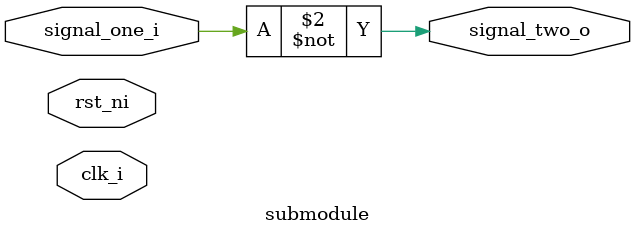
<source format=sv>
module submodule #(
  parameter int unsigned SubPara = 4
) (
  input  logic clk_i,
  input  logic rst_ni,

  input  logic signal_one_i,
  output logic signal_two_o
);

  always_comb begin : dummy_comb
    signal_two_o = ~signal_one_i;
  end

endmodule

</source>
